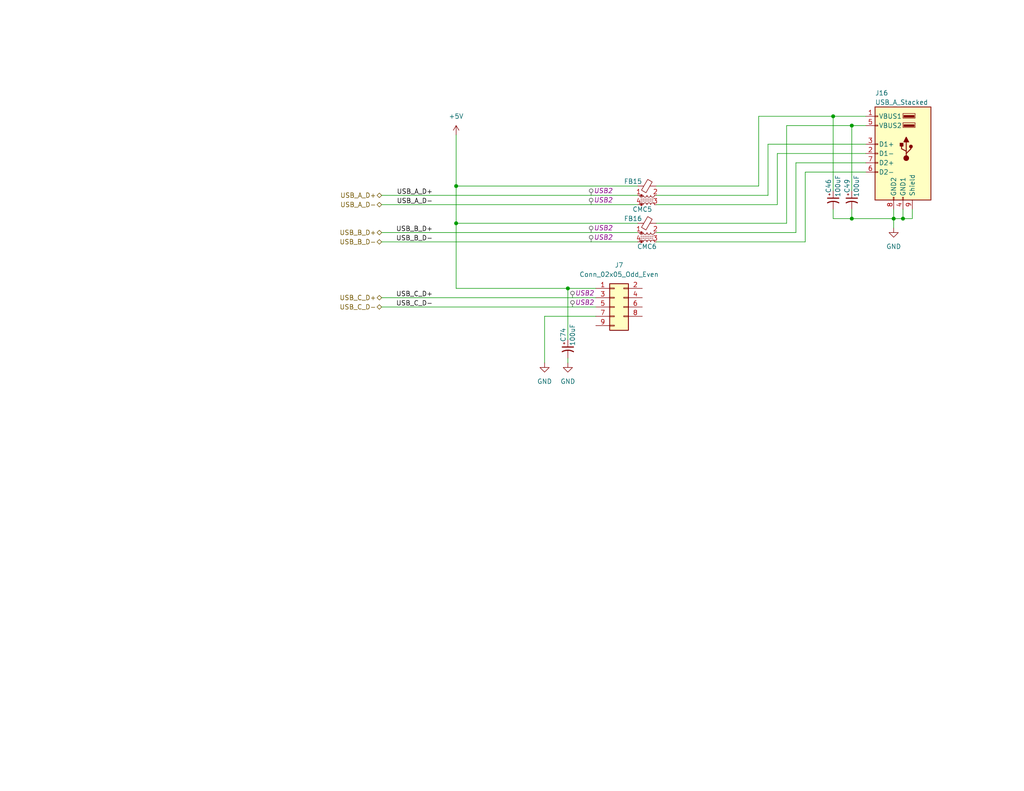
<source format=kicad_sch>
(kicad_sch (version 20231120) (generator "eeschema") (generator_version "8.0")
  (paper "A")
  (title_block (title "Anachron uATX USB HUB") (date "2024-02-07") (company "Modular Circuits"))
  (lib_symbols
    (symbol "Connector:USB_A_Stacked" (pin_names (offset 1.016))
      (property "Reference" "J" (at 0 15.875 0))
      (property "Value" "USB_A_Stacked" (at 0 13.97 0))
      (symbol "USB_A_Stacked_0_1"
        (rectangle (start -7.62 12.7) (end 7.62 -12.7) (stroke (width 0.254)) (fill (type background)))
        (circle (center -2.159 1.905) (radius 0.381) (stroke (width 0.254)) (fill (type outline)))
        (circle (center -0.889 -1.27) (radius 0.635) (stroke (width 0.254)) (fill (type outline)))
        (rectangle (start -0.254 7.366) (end -3.048 7.874) (fill (type outline)))
        (rectangle (start -0.254 9.906) (end -3.048 10.414) (fill (type outline)))
        (rectangle (start -0.127 -12.7) (end 0.127 -11.938))
        (polyline (pts (xy -1.524 3.175) (xy -0.254 3.175) (xy -0.889 4.445) (xy -1.524 3.175)) (stroke (width 0.254)) (fill (type outline)))
        (polyline (pts (xy -0.889 -0.635) (xy -0.889 0) (xy -2.159 1.27) (xy -2.159 1.905)) (stroke (width 0.254)))
        (polyline (pts (xy -0.889 0) (xy -0.889 0.635) (xy 0.381 1.27) (xy 0.381 2.54)) (stroke (width 0.254)))
        (rectangle (start 0 2.794) (end 0.762 2.032) (stroke (width 0.254)) (fill (type outline)))
        (rectangle (start 0 7.112) (end -3.302 8.382))
        (rectangle (start 0 9.652) (end -3.302 10.922))
        (rectangle (start 2.413 -12.7) (end 2.667 -11.938))
        (rectangle (start 7.62 -5.207) (end 6.858 -4.953))
        (rectangle (start 7.62 -2.667) (end 6.858 -2.413))
        (rectangle (start 7.62 -0.127) (end 6.858 0.127))
        (rectangle (start 7.62 2.413) (end 6.858 2.667))
        (rectangle (start 7.62 7.493) (end 6.858 7.747))
        (rectangle (start 7.62 10.033) (end 6.858 10.287))
      )
      (symbol "USB_A_Stacked_1_1"
        (polyline (pts (xy -0.889 0.635) (xy -0.889 3.175)) (stroke (width 0.254)))
        (pin power_in line (at 10.16 10.16 180) (length 2.54) (name "VBUS1") (number "1"))
        (pin bidirectional line (at 10.16 0 180) (length 2.54) (name "D1-") (number "2"))
        (pin bidirectional line (at 10.16 2.54 180) (length 2.54) (name "D1+") (number "3"))
        (pin power_in line (at 0 -15.24 90) (length 2.54) (name "GND1") (number "4"))
        (pin power_in line (at 10.16 7.62 180) (length 2.54) (name "VBUS2") (number "5"))
        (pin bidirectional line (at 10.16 -5.08 180) (length 2.54) (name "D2-") (number "6"))
        (pin bidirectional line (at 10.16 -2.54 180) (length 2.54) (name "D2+") (number "7"))
        (pin power_in line (at 2.54 -15.24 90) (length 2.54) (name "GND2") (number "8"))
        (pin passive line (at -2.54 -15.24 90) (length 2.54) (name "Shield") (number "9"))
      )
    )
    (symbol "Connector_Generic:Conn_2Rows-09Pins" (pin_names (offset 1.016) hide)
      (property "Reference" "J" (at 1.27 7.62 0))
      (property "Value" "Conn_2Rows-09Pins" (at 1.27 -7.62 0))
      (symbol "Conn_2Rows-09Pins_1_1"
        (rectangle (start -1.27 -4.953) (end 0 -5.207) (stroke (width 0.1524)))
        (rectangle (start -1.27 -2.413) (end 0 -2.667) (stroke (width 0.1524)))
        (rectangle (start -1.27 0.127) (end 0 -0.127) (stroke (width 0.1524)))
        (rectangle (start -1.27 2.667) (end 0 2.413) (stroke (width 0.1524)))
        (rectangle (start -1.27 5.207) (end 0 4.953) (stroke (width 0.1524)))
        (rectangle (start -1.27 6.35) (end 3.81 -6.35) (stroke (width 0.254)) (fill (type background)))
        (rectangle (start 3.81 -2.413) (end 2.54 -2.667) (stroke (width 0.1524)))
        (rectangle (start 3.81 0.127) (end 2.54 -0.127) (stroke (width 0.1524)))
        (rectangle (start 3.81 2.667) (end 2.54 2.413) (stroke (width 0.1524)))
        (rectangle (start 3.81 5.207) (end 2.54 4.953) (stroke (width 0.1524)))
        (pin passive line (at -5.08 5.08 0) (length 3.81) (name "Pin_1") (number "1"))
        (pin passive line (at 7.62 5.08 180) (length 3.81) (name "Pin_2") (number "2"))
        (pin passive line (at -5.08 2.54 0) (length 3.81) (name "Pin_3") (number "3"))
        (pin passive line (at 7.62 2.54 180) (length 3.81) (name "Pin_4") (number "4"))
        (pin passive line (at -5.08 0 0) (length 3.81) (name "Pin_5") (number "5"))
        (pin passive line (at 7.62 0 180) (length 3.81) (name "Pin_6") (number "6"))
        (pin passive line (at -5.08 -2.54 0) (length 3.81) (name "Pin_7") (number "7"))
        (pin passive line (at 7.62 -2.54 180) (length 3.81) (name "Pin_8") (number "8"))
        (pin passive line (at -5.08 -5.08 0) (length 3.81) (name "Pin_9") (number "9"))
      )
    )
    (symbol "Device:C_Polarized_Small_US" (pin_numbers hide) (pin_names (offset 0.254) hide)
      (property "Reference" "C" (at 0.254 1.778 0))
      (property "Value" "C_Polarized_Small_US" (at 0.254 -2.032 0))
      (symbol "C_Polarized_Small_US_0_1"
        (polyline (pts (xy -1.524 0.508) (xy 1.524 0.508)) (stroke (width 0.3048)))
        (polyline (pts (xy -1.27 1.524) (xy -0.762 1.524)))
        (polyline (pts (xy -1.016 1.27) (xy -1.016 1.778)))
        (arc (start 1.524 -0.762) (mid 0 -0.3734) (end -1.524 -0.762) (stroke (width 0.3048)))
      )
      (symbol "C_Polarized_Small_US_1_1"
        (pin passive line (at 0 2.54 270) (length 2.032) (name "~") (number "1"))
        (pin passive line (at 0 -2.54 90) (length 2.032) (name "~") (number "2"))
      )
    )
    (symbol "Device:FerriteBead_Small" (pin_numbers hide) (pin_names (offset 0))
      (property "Reference" "FB" (at 1.905 1.27 0))
      (property "Value" "FerriteBead_Small" (at 1.905 -1.27 0))
      (symbol "FerriteBead_Small_0_1"
        (polyline (pts (xy 0 -1.27) (xy 0 -0.7874)))
        (polyline (pts (xy 0 0.889) (xy 0 1.2954)))
        (polyline (pts (xy -1.8288 0.2794) (xy -1.1176 1.4986) (xy 1.8288 -0.2032) (xy 1.1176 -1.4224) (xy -1.8288 0.2794)))
      )
      (symbol "FerriteBead_Small_1_1"
        (pin passive line (at 0 2.54 270) (length 1.27) (name "~") (number "1"))
        (pin passive line (at 0 -2.54 90) (length 1.27) (name "~") (number "2"))
      )
    )
    (symbol "Device:L_Ferrite_Coupled_Small_1243" (pin_names (offset 0.254) hide)
      (property "Reference" "L" (at 0 3.175 0))
      (property "Value" "L_Ferrite_Coupled_Small_1243" (at 0 -3.175 0))
      (symbol "L_Ferrite_Coupled_Small_1243_0_1"
        (arc (start -2.032 1.27) (mid -1.524 0.7642) (end -1.016 1.27))
        (circle (center -1.524 -1.27) (radius 0.254) (fill (type outline)))
        (circle (center -1.524 1.27) (radius 0.254) (fill (type outline)))
        (arc (start -1.016 -1.27) (mid -1.524 -0.7642) (end -2.032 -1.27))
        (arc (start -1.016 1.27) (mid -0.508 0.7642) (end 0 1.27))
        (arc (start 0 -1.27) (mid -0.508 -0.7642) (end -1.016 -1.27))
        (polyline (pts (xy -1.651 0.254) (xy -1.397 0.254)))
        (polyline (pts (xy -1.397 -0.254) (xy -1.651 -0.254)))
        (polyline (pts (xy -1.143 0.254) (xy -0.889 0.254)))
        (polyline (pts (xy -0.889 -0.254) (xy -1.143 -0.254)))
        (polyline (pts (xy -0.635 0.254) (xy -0.381 0.254)))
        (polyline (pts (xy -0.381 -0.254) (xy -0.635 -0.254)))
        (polyline (pts (xy -0.127 0.254) (xy 0.127 0.254)))
        (polyline (pts (xy 0.127 -0.254) (xy -0.127 -0.254)))
        (polyline (pts (xy 0.381 0.254) (xy 0.635 0.254)))
        (polyline (pts (xy 0.635 -0.254) (xy 0.381 -0.254)))
        (polyline (pts (xy 0.889 0.254) (xy 1.143 0.254)))
        (polyline (pts (xy 1.143 -0.254) (xy 0.889 -0.254)))
        (polyline (pts (xy 1.397 0.254) (xy 1.651 0.254)))
        (polyline (pts (xy 1.651 -0.254) (xy 1.397 -0.254)))
        (arc (start 0 1.27) (mid 0.508 0.7642) (end 1.016 1.27))
        (arc (start 1.016 -1.27) (mid 0.508 -0.7642) (end 0 -1.27))
        (arc (start 1.016 1.27) (mid 1.524 0.7642) (end 2.032 1.27))
        (arc (start 2.032 -1.27) (mid 1.524 -0.7642) (end 1.016 -1.27))
      )
      (symbol "L_Ferrite_Coupled_Small_1243_1_1"
        (pin passive line (at -2.54 1.27 0) (length 0.508) (name "1") (number "1"))
        (pin passive line (at 2.54 1.27 180) (length 0.508) (name "2") (number "2"))
        (pin passive line (at 2.54 -1.27 180) (length 0.508) (name "3") (number "3"))
        (pin passive line (at -2.54 -1.27 0) (length 0.508) (name "4") (number "4"))
      )
    )
    (symbol "power:+5V" (power) (pin_names (offset 0))
      (property "Value" "+5V" (at 0 3.556 0))
      (symbol "+5V_0_1"
        (polyline (pts (xy -0.762 1.27) (xy 0 2.54)))
        (polyline (pts (xy 0 0) (xy 0 2.54)))
        (polyline (pts (xy 0 2.54) (xy 0.762 1.27)))
      )
      (symbol "+5V_1_1"
        (pin power_in line (at 0 0 90) (length 0) hide (name "+5V") (number "1"))
      )
    )
    (symbol "power:GND" (power) (pin_names (offset 0))
      (property "Value" "GND" (at 0 -3.81 0))
      (symbol "GND_0_1"
        (polyline (pts (xy 0 0) (xy 0 -1.27) (xy 1.27 -1.27) (xy 0 -2.54) (xy -1.27 -1.27) (xy 0 -1.27)))
      )
      (symbol "GND_1_1"
        (pin power_in line (at 0 0 270) (length 0) hide (name "GND") (number "1"))
      )
    )
  )
  (junction (at 154.94 78.74))
  (junction (at 243.84 59.69))
  (junction (at 232.41 34.29))
  (junction (at 124.46 50.8))
  (junction (at 232.41 59.69))
  (junction (at 227.33 31.75))
  (junction (at 246.38 59.69))
  (junction (at 124.46 60.96))
  (wire (pts (xy 227.33 59.69) (xy 232.41 59.69)))
  (wire (pts (xy 219.71 66.04) (xy 179.07 66.04)))
  (wire (pts (xy 232.41 57.15) (xy 232.41 59.69)))
  (wire (pts (xy 104.14 63.5) (xy 173.99 63.5)))
  (wire (pts (xy 104.14 81.28) (xy 162.56 81.28)))
  (wire (pts (xy 227.33 31.75) (xy 227.33 52.07)))
  (wire (pts (xy 214.63 60.96) (xy 214.63 34.29)))
  (wire (pts (xy 232.41 34.29) (xy 232.41 52.07)))
  (wire (pts (xy 124.46 60.96) (xy 173.99 60.96)))
  (wire (pts (xy 154.94 78.74) (xy 154.94 92.71)))
  (wire (pts (xy 243.84 59.69) (xy 246.38 59.69)))
  (wire (pts (xy 124.46 50.8) (xy 173.99 50.8)))
  (wire (pts (xy 243.84 59.69) (xy 243.84 62.23)))
  (wire (pts (xy 243.84 57.15) (xy 243.84 59.69)))
  (wire (pts (xy 209.55 53.34) (xy 179.07 53.34)))
  (wire (pts (xy 209.55 39.37) (xy 209.55 53.34)))
  (wire (pts (xy 212.09 55.88) (xy 179.07 55.88)))
  (wire (pts (xy 104.14 53.34) (xy 173.99 53.34)))
  (wire (pts (xy 246.38 59.69) (xy 248.92 59.69)))
  (wire (pts (xy 179.07 50.8) (xy 207.01 50.8)))
  (wire (pts (xy 236.22 41.91) (xy 212.09 41.91)))
  (wire (pts (xy 217.17 63.5) (xy 179.07 63.5)))
  (wire (pts (xy 207.01 50.8) (xy 207.01 31.75)))
  (wire (pts (xy 207.01 31.75) (xy 227.33 31.75)))
  (wire (pts (xy 217.17 44.45) (xy 217.17 63.5)))
  (wire (pts (xy 124.46 60.96) (xy 124.46 50.8)))
  (wire (pts (xy 124.46 78.74) (xy 124.46 60.96)))
  (wire (pts (xy 232.41 34.29) (xy 236.22 34.29)))
  (wire (pts (xy 246.38 57.15) (xy 246.38 59.69)))
  (wire (pts (xy 179.07 60.96) (xy 214.63 60.96)))
  (wire (pts (xy 212.09 41.91) (xy 212.09 55.88)))
  (wire (pts (xy 236.22 46.99) (xy 219.71 46.99)))
  (wire (pts (xy 104.14 55.88) (xy 173.99 55.88)))
  (wire (pts (xy 232.41 59.69) (xy 243.84 59.69)))
  (wire (pts (xy 148.59 86.36) (xy 148.59 99.06)))
  (wire (pts (xy 104.14 83.82) (xy 162.56 83.82)))
  (wire (pts (xy 214.63 34.29) (xy 232.41 34.29)))
  (wire (pts (xy 227.33 31.75) (xy 236.22 31.75)))
  (wire (pts (xy 248.92 57.15) (xy 248.92 59.69)))
  (wire (pts (xy 124.46 50.8) (xy 124.46 36.83)))
  (wire (pts (xy 104.14 66.04) (xy 173.99 66.04)))
  (wire (pts (xy 162.56 86.36) (xy 148.59 86.36)))
  (wire (pts (xy 236.22 44.45) (xy 217.17 44.45)))
  (wire (pts (xy 124.46 78.74) (xy 154.94 78.74)))
  (wire (pts (xy 154.94 78.74) (xy 162.56 78.74)))
  (wire (pts (xy 154.94 97.79) (xy 154.94 99.06)))
  (wire (pts (xy 227.33 57.15) (xy 227.33 59.69)))
  (wire (pts (xy 236.22 39.37) (xy 209.55 39.37)))
  (wire (pts (xy 219.71 46.99) (xy 219.71 66.04)))
  (label "USB_B_D-" (at 118.11 66.04 180))
  (label "USB_B_D+" (at 118.11 63.5 180))
  (label "USB_C_D+" (at 118.11 81.28 180))
  (label "USB_A_D-" (at 118.11 55.88 180))
  (label "USB_C_D-" (at 118.11 83.82 180))
  (label "USB_A_D+" (at 118.11 53.34 180))
  (hierarchical_label "USB_B_D+" (shape bidirectional) (at 104.14 63.5 180))
  (hierarchical_label "USB_B_D-" (shape bidirectional) (at 104.14 66.04 180))
  (hierarchical_label "USB_C_D+" (shape bidirectional) (at 104.14 81.28 180))
  (hierarchical_label "USB_C_D-" (shape bidirectional) (at 104.14 83.82 180))
  (hierarchical_label "USB_A_D+" (shape bidirectional) (at 104.14 53.34 180))
  (hierarchical_label "USB_A_D-" (shape bidirectional) (at 104.14 55.88 180))
  (netclass_flag "" (length 1.27) (shape round) (at 161.29 63.5 0) (property "Netclass" "USB2" (at 161.9885 62.23 0) (effects (font (italic yes)) (justify left))))
  (netclass_flag "" (length 1.27) (shape round) (at 161.29 55.88 0) (property "Netclass" "USB2" (at 161.9885 54.61 0) (effects (font (italic yes)) (justify left))))
  (netclass_flag "" (length 1.27) (shape round) (at 161.29 53.34 0) (property "Netclass" "USB2" (at 161.9885 52.07 0) (effects (font (italic yes)) (justify left))))
  (netclass_flag "" (length 1.27) (shape round) (at 156.21 81.28 0) (property "Netclass" "USB2" (at 156.9085 80.01 0) (effects (font (italic yes)) (justify left))))
  (netclass_flag "" (length 1.27) (shape round) (at 161.29 66.04 0) (property "Netclass" "USB2" (at 161.9885 64.77 0) (effects (font (italic yes)) (justify left))))
  (netclass_flag "" (length 1.27) (shape round) (at 156.21 83.82 0) (property "Netclass" "USB2" (at 156.9085 82.55 0) (effects (font (italic yes)) (justify left))))
  (symbol (lib_id "Device:C_Polarized_Small_US") (at 154.94 95.25 0) (unit 1)
    (property "Reference" "C74" (at 153.67 91.44 90))
    (property "Value" "100uF" (at 156.21 91.44 90))
    (property "Footprint" "Capacitor_THT:CP_Radial_D5.0mm_P2.00mm" (effects (hide yes)))
  )
  (symbol (lib_id "Device:L_Ferrite_Coupled_Small_1243") (at 176.53 54.61 0) (unit 1)
    (property "Reference" "CMC5" (at 175.26 57.15 0))
    (property "Value" "L_Ferrite_Coupled_Small" (effects (hide yes)))
    (property "Footprint" "anachron:SCM2012FS" (effects (hide yes)))
    (property "mpf#" "SCM2012FS751MDG" (effects (hide yes)))
  )
  (symbol (lib_id "Connector:USB_A_Stacked") (at 246.38 41.91 0) (mirror y) (unit 1)
    (property "Reference" "J16" (at 238.76 25.4 0) (effects (justify right)))
    (property "Value" "USB_A_Stacked" (at 238.76 27.94 0) (effects (justify right)))
    (property "Footprint" "anachron:GCT_USB1035-XX-X-X-X-B_REVE" (effects (hide yes)))
    (property "Datasheet" " ~" (effects (hide yes)))
    (property "mpf#" "USB1035-GF-P-0-B-B" (effects (hide yes)))
  )
  (symbol (lib_id "power:GND") (at 154.94 99.06 0) (unit 1)
    (property "Reference" "#PWR0247" (effects (hide yes)))
    (property "Value" "GND" (at 154.94 104.14 0))
  )
  (symbol (lib_id "Device:C_Polarized_Small_US") (at 227.33 54.61 0) (unit 1)
    (property "Reference" "C46" (at 226.06 50.8 90))
    (property "Value" "100uF" (at 228.6 50.8 90))
    (property "Footprint" "Capacitor_THT:CP_Radial_D5.0mm_P2.00mm" (effects (hide yes)))
  )
  (symbol (lib_id "Device:FerriteBead_Small") (at 176.53 50.8 90) (unit 1)
    (property "Reference" "FB15" (at 172.72 49.53 90))
    (property "Value" "FerriteBead_Small" (effects (hide yes)))
    (property "Footprint" "Inductor_THT:L_Axial_L7.0mm_D3.3mm_P2.54mm_Vertical_Fastron_MICC" (effects (hide yes)))
    (property "Datasheet" "https://www.we-online.com/components/products/datasheet/74276041.pdf" (effects (hide yes)))
    (property "mfp#" "74276041" (effects (hide yes)))
  )
  (symbol (lib_id "power:GND") (at 148.59 99.06 0) (unit 1)
    (property "Reference" "#PWR050" (effects (hide yes)))
    (property "Value" "GND" (at 148.59 104.14 0))
  )
  (symbol (lib_id "power:GND") (at 243.84 62.23 0) (unit 1)
    (property "Reference" "#PWR0199" (effects (hide yes)))
    (property "Value" "GND" (at 243.84 67.31 0))
  )
  (symbol (lib_id "Device:FerriteBead_Small") (at 176.53 60.96 90) (unit 1)
    (property "Reference" "FB16" (at 172.72 59.69 90))
    (property "Value" "FerriteBead_Small" (effects (hide yes)))
    (property "Footprint" "Inductor_THT:L_Axial_L7.0mm_D3.3mm_P2.54mm_Vertical_Fastron_MICC" (effects (hide yes)))
    (property "Datasheet" "https://www.we-online.com/components/products/datasheet/74276041.pdf" (effects (hide yes)))
    (property "mfp#" "74276041" (effects (hide yes)))
  )
  (symbol (lib_id "Connector_Generic:Conn_2Rows-09Pins") (at 167.64 83.82 0) (unit 1)
    (property "Reference" "J7" (at 168.91 72.39 0))
    (property "Value" "Conn_02x05_Odd_Even" (at 168.91 74.93 0))
    (property "Footprint" "Connector_PinHeader_2.54mm:PinHeader_2x05_P2.54mm_Vertical" (effects (hide yes)))
    (property "Description" "Generic connector, double row, 09 pins, odd/even pin numbering scheme (row 1 odd numbers, row 2 even numbers), script generated (kicad-library-utils/schlib/autogen/connector/)" (effects (hide yes)))
  )
  (symbol (lib_id "power:+5V") (at 124.46 36.83 0) (unit 1)
    (property "Reference" "#PWR0197" (effects (hide yes)))
    (property "Value" "+5V" (at 124.46 31.75 0))
  )
  (symbol (lib_id "Device:L_Ferrite_Coupled_Small_1243") (at 176.53 64.77 0) (unit 1)
    (property "Reference" "CMC6" (at 176.53 67.31 0))
    (property "Value" "L_Ferrite_Coupled_Small" (effects (hide yes)))
    (property "Footprint" "anachron:SCM2012FS" (effects (hide yes)))
    (property "mpf#" "SCM2012FS751MDG" (effects (hide yes)))
  )
  (symbol (lib_id "Device:C_Polarized_Small_US") (at 232.41 54.61 0) (unit 1)
    (property "Reference" "C49" (at 231.14 50.8 90))
    (property "Value" "100uF" (at 233.68 50.8 90))
    (property "Footprint" "Capacitor_THT:CP_Radial_D5.0mm_P2.00mm" (effects (hide yes)))
  )
)
</source>
